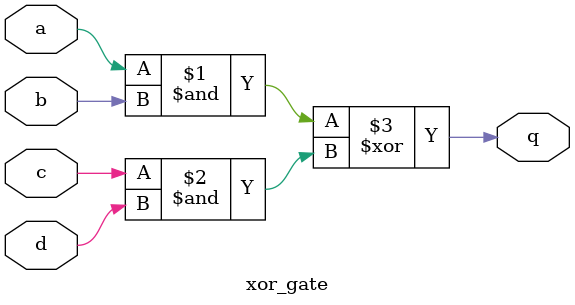
<source format=v>
module xor_gate(
  input wire a,
  input wire b,
  input wire c,
  input wire d,
  output reg q
);

  assign q = (a&b)^(c&d);

  //always @(a or b) begin
  //  q = (a&b) ^ (c&d);
  //end

endmodule

</source>
